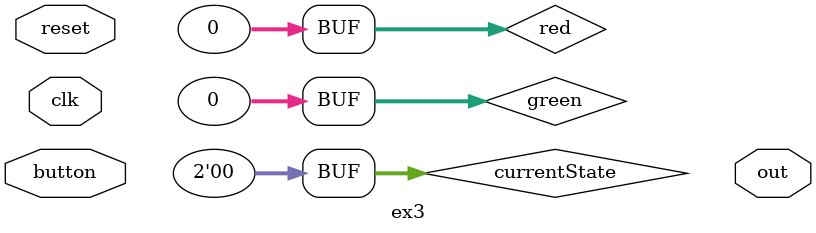
<source format=v>
`timescale 1ns / 1ps
module ex3(
    output  reg [7:0]   out,
    input button,
    input reset,
    input clk
    );

    localparam STATE_INITIAL = 0;
    localparam STATE_T00 = 1;
    localparam STATE_T01 = 2;

    // TODO: Folositi un debouncer pentru buton

    reg [31:0]  red;
    reg [31:0]  green;
    reg [1:0]   currentState;
    reg [1:0]   nextState;
	 
	 initial begin
		red = 0;
		green = 0;
		currentState = STATE_INITIAL;
	 end

    always @(posedge clk) begin
        case (currentState)
            // TODO: STATE_INITIAL -> out va fi 0
            //                     -> alegem starea urmatoare
            

            // TODO: STATE_T00 (red) -> stabilim iesirea, asteptam input de la buton
            //                       -> cand primim input, asteptam un interval de timp

            
            // TODO: STATE_T01 (green) -> stabilim iesirea, declansam un counter
        endcase
        
        // TODO: schimbam starea curenta cu starea urmatoare
    end
endmodule

</source>
